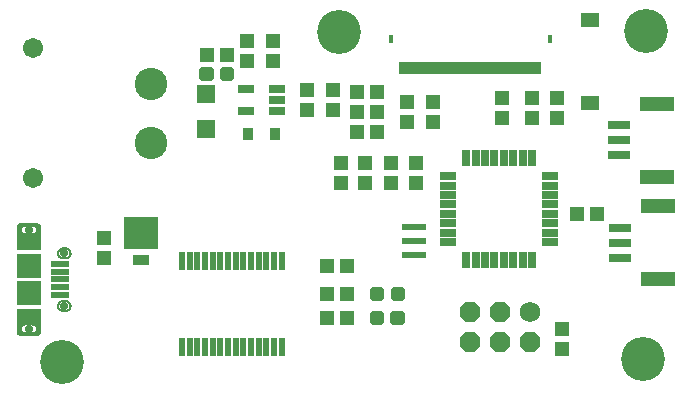
<source format=gbr>
G04 EAGLE Gerber RS-274X export*
G75*
%MOMM*%
%FSLAX34Y34*%
%LPD*%
%INSoldermask Top*%
%IPPOS*%
%AMOC8*
5,1,8,0,0,1.08239X$1,22.5*%
G01*
%ADD10R,1.203200X1.303200*%
%ADD11R,1.303200X1.203200*%
%ADD12C,0.505344*%
%ADD13R,0.833200X1.033200*%
%ADD14R,1.503200X1.503200*%
%ADD15C,3.719200*%
%ADD16R,2.903200X1.203200*%
%ADD17R,1.903200X0.803200*%
%ADD18R,1.403200X0.753200*%
%ADD19R,0.503200X1.003200*%
%ADD20R,0.400000X0.800000*%
%ADD21C,2.753200*%
%ADD22C,1.711200*%
%ADD23C,1.727200*%
%ADD24P,1.869504X8X202.500000*%
%ADD25R,1.473200X0.762000*%
%ADD26R,0.762000X1.473200*%
%ADD27R,2.103200X0.603200*%
%ADD28R,1.603200X1.203200*%
%ADD29R,0.551200X1.600200*%
%ADD30C,0.200000*%
%ADD31C,0.300000*%
%ADD32R,1.553200X0.603200*%
%ADD33R,2.103200X1.378200*%
%ADD34R,2.103200X2.003200*%
%ADD35C,0.703200*%
%ADD36R,2.870200X2.743200*%
%ADD37R,1.473200X0.965200*%


D10*
X113030Y265693D03*
X113030Y282693D03*
X90805Y265693D03*
X90805Y282693D03*
D11*
X183905Y240157D03*
X200905Y240157D03*
X183905Y223012D03*
X200905Y223012D03*
X183905Y205867D03*
X200905Y205867D03*
D10*
X226060Y231258D03*
X226060Y214258D03*
D12*
X70685Y251653D02*
X70685Y258633D01*
X77665Y258633D01*
X77665Y251653D01*
X70685Y251653D01*
X70685Y256453D02*
X77665Y256453D01*
X53145Y258633D02*
X53145Y251653D01*
X53145Y258633D02*
X60125Y258633D01*
X60125Y251653D01*
X53145Y251653D01*
X53145Y256453D02*
X60125Y256453D01*
D13*
X115005Y204343D03*
X92005Y204343D03*
D14*
X55880Y238393D03*
X55880Y208393D03*
D10*
X141605Y241418D03*
X141605Y224418D03*
D11*
X56905Y271018D03*
X73905Y271018D03*
D10*
X163830Y224418D03*
X163830Y241418D03*
X248285Y214258D03*
X248285Y231258D03*
D15*
X168910Y290830D03*
X-65740Y11450D03*
X426530Y13480D03*
X428880Y291315D03*
D16*
X438620Y81073D03*
X438620Y143073D03*
D17*
X406620Y99573D03*
X406620Y112073D03*
X406620Y124573D03*
D18*
X116506Y223418D03*
X116506Y232918D03*
X116506Y242418D03*
X90504Y242418D03*
X90504Y223418D03*
D19*
X337535Y260033D03*
X332535Y260033D03*
X327535Y260033D03*
X322535Y260033D03*
X317535Y260033D03*
X312535Y260033D03*
X307535Y260033D03*
X302535Y260033D03*
X297535Y260033D03*
X292535Y260033D03*
X287535Y260033D03*
X282535Y260033D03*
X277535Y260033D03*
X272535Y260033D03*
X267535Y260033D03*
X262535Y260033D03*
X257535Y260033D03*
X252535Y260033D03*
X247535Y260033D03*
X242535Y260033D03*
X237535Y260033D03*
X232535Y260033D03*
X227535Y260033D03*
X222535Y260033D03*
D20*
X347535Y285033D03*
X212535Y285033D03*
D21*
X9652Y196850D03*
X9652Y246850D03*
D22*
X-90348Y166850D03*
X-90348Y276850D03*
D23*
X330200Y53340D03*
D24*
X304800Y53340D03*
X279400Y53340D03*
X330200Y27940D03*
X304800Y27940D03*
X279400Y27940D03*
D16*
X438112Y167941D03*
X438112Y229941D03*
D17*
X406112Y186441D03*
X406112Y198941D03*
X406112Y211441D03*
D25*
X261493Y168589D03*
X261493Y160589D03*
X261493Y152589D03*
X261493Y144589D03*
X261493Y136589D03*
X261493Y128589D03*
X261493Y120589D03*
X261493Y112589D03*
D26*
X276419Y97663D03*
X284419Y97663D03*
X292419Y97663D03*
X300419Y97663D03*
X308419Y97663D03*
X316419Y97663D03*
X324419Y97663D03*
X332419Y97663D03*
D25*
X347345Y112589D03*
X347345Y120589D03*
X347345Y128589D03*
X347345Y136589D03*
X347345Y144589D03*
X347345Y152589D03*
X347345Y160589D03*
X347345Y168589D03*
D26*
X332419Y183515D03*
X324419Y183515D03*
X316419Y183515D03*
X308419Y183515D03*
X300419Y183515D03*
X292419Y183515D03*
X284419Y183515D03*
X276419Y183515D03*
D27*
X232189Y101568D03*
X232189Y113568D03*
X232189Y125568D03*
D11*
X370087Y136398D03*
X387087Y136398D03*
D10*
X170180Y162696D03*
X170180Y179696D03*
X191135Y162696D03*
X191135Y179696D03*
D11*
X353060Y217687D03*
X353060Y234687D03*
D28*
X381269Y300562D03*
X381269Y230562D03*
D11*
X233680Y162696D03*
X233680Y179696D03*
X212852Y162823D03*
X212852Y179823D03*
X357505Y22234D03*
X357505Y39234D03*
X332486Y234560D03*
X332486Y217560D03*
X306832Y234814D03*
X306832Y217814D03*
D29*
X120355Y23765D03*
X113855Y23765D03*
X107355Y23765D03*
X100855Y23765D03*
X94355Y23765D03*
X87855Y23765D03*
X81355Y23765D03*
X68355Y23765D03*
X74855Y23765D03*
X61855Y23765D03*
X55355Y23765D03*
X48855Y23765D03*
X42355Y23765D03*
X35855Y23765D03*
X120355Y96885D03*
X113855Y96885D03*
X107355Y96885D03*
X100855Y96885D03*
X94355Y96885D03*
X87855Y96885D03*
X81355Y96885D03*
X74855Y96885D03*
X68355Y96885D03*
X61855Y96885D03*
X55355Y96885D03*
X48855Y96885D03*
X42355Y96885D03*
X35855Y96885D03*
D11*
X159013Y92202D03*
X176013Y92202D03*
D10*
X175886Y68707D03*
X158886Y68707D03*
X175886Y48260D03*
X158886Y48260D03*
D12*
X204524Y65344D02*
X204524Y72324D01*
X204524Y65344D02*
X197544Y65344D01*
X197544Y72324D01*
X204524Y72324D01*
X204524Y70144D02*
X197544Y70144D01*
X222064Y72324D02*
X222064Y65344D01*
X215084Y65344D01*
X215084Y72324D01*
X222064Y72324D01*
X222064Y70144D02*
X215084Y70144D01*
X204397Y51750D02*
X204397Y44770D01*
X197417Y44770D01*
X197417Y51750D01*
X204397Y51750D01*
X204397Y49570D02*
X197417Y49570D01*
X221937Y51750D02*
X221937Y44770D01*
X214957Y44770D01*
X214957Y51750D01*
X221937Y51750D01*
X221937Y49570D02*
X214957Y49570D01*
D30*
X-58476Y103276D02*
X-58478Y103148D01*
X-58484Y103019D01*
X-58493Y102891D01*
X-58507Y102764D01*
X-58524Y102637D01*
X-58546Y102510D01*
X-58571Y102384D01*
X-58599Y102259D01*
X-58632Y102135D01*
X-58668Y102012D01*
X-58708Y101890D01*
X-58752Y101769D01*
X-58800Y101650D01*
X-58850Y101532D01*
X-58905Y101415D01*
X-58963Y101301D01*
X-59024Y101188D01*
X-59089Y101077D01*
X-59157Y100968D01*
X-59228Y100862D01*
X-59303Y100757D01*
X-59380Y100655D01*
X-59461Y100555D01*
X-59545Y100458D01*
X-59631Y100363D01*
X-59721Y100271D01*
X-59813Y100181D01*
X-59908Y100095D01*
X-60005Y100011D01*
X-60105Y99930D01*
X-60207Y99853D01*
X-60312Y99778D01*
X-60418Y99707D01*
X-60527Y99639D01*
X-60638Y99574D01*
X-60751Y99513D01*
X-60865Y99455D01*
X-60982Y99400D01*
X-61100Y99350D01*
X-61219Y99302D01*
X-61340Y99258D01*
X-61462Y99218D01*
X-61585Y99182D01*
X-61709Y99149D01*
X-61834Y99121D01*
X-61960Y99096D01*
X-62087Y99074D01*
X-62214Y99057D01*
X-62341Y99043D01*
X-62469Y99034D01*
X-62598Y99028D01*
X-62726Y99026D01*
X-64726Y99026D01*
X-64854Y99028D01*
X-64983Y99034D01*
X-65111Y99043D01*
X-65238Y99057D01*
X-65365Y99074D01*
X-65492Y99096D01*
X-65618Y99121D01*
X-65743Y99149D01*
X-65867Y99182D01*
X-65990Y99218D01*
X-66112Y99258D01*
X-66233Y99302D01*
X-66352Y99350D01*
X-66470Y99400D01*
X-66587Y99455D01*
X-66701Y99513D01*
X-66814Y99574D01*
X-66925Y99639D01*
X-67034Y99707D01*
X-67140Y99778D01*
X-67245Y99853D01*
X-67347Y99930D01*
X-67447Y100011D01*
X-67544Y100095D01*
X-67639Y100181D01*
X-67731Y100271D01*
X-67821Y100363D01*
X-67907Y100458D01*
X-67991Y100555D01*
X-68072Y100655D01*
X-68149Y100757D01*
X-68224Y100862D01*
X-68295Y100968D01*
X-68363Y101077D01*
X-68428Y101188D01*
X-68489Y101301D01*
X-68547Y101415D01*
X-68602Y101532D01*
X-68652Y101650D01*
X-68700Y101769D01*
X-68744Y101890D01*
X-68784Y102012D01*
X-68820Y102135D01*
X-68853Y102259D01*
X-68881Y102384D01*
X-68906Y102510D01*
X-68928Y102637D01*
X-68945Y102764D01*
X-68959Y102891D01*
X-68968Y103019D01*
X-68974Y103148D01*
X-68976Y103276D01*
X-68974Y103404D01*
X-68968Y103533D01*
X-68959Y103661D01*
X-68945Y103788D01*
X-68928Y103915D01*
X-68906Y104042D01*
X-68881Y104168D01*
X-68853Y104293D01*
X-68820Y104417D01*
X-68784Y104540D01*
X-68744Y104662D01*
X-68700Y104783D01*
X-68652Y104902D01*
X-68602Y105020D01*
X-68547Y105137D01*
X-68489Y105251D01*
X-68428Y105364D01*
X-68363Y105475D01*
X-68295Y105584D01*
X-68224Y105690D01*
X-68149Y105795D01*
X-68072Y105897D01*
X-67991Y105997D01*
X-67907Y106094D01*
X-67821Y106189D01*
X-67731Y106281D01*
X-67639Y106371D01*
X-67544Y106457D01*
X-67447Y106541D01*
X-67347Y106622D01*
X-67245Y106699D01*
X-67140Y106774D01*
X-67034Y106845D01*
X-66925Y106913D01*
X-66814Y106978D01*
X-66701Y107039D01*
X-66587Y107097D01*
X-66470Y107152D01*
X-66352Y107202D01*
X-66233Y107250D01*
X-66112Y107294D01*
X-65990Y107334D01*
X-65867Y107370D01*
X-65743Y107403D01*
X-65618Y107431D01*
X-65492Y107456D01*
X-65365Y107478D01*
X-65238Y107495D01*
X-65111Y107509D01*
X-64983Y107518D01*
X-64854Y107524D01*
X-64726Y107526D01*
X-62726Y107526D01*
X-62598Y107524D01*
X-62469Y107518D01*
X-62341Y107509D01*
X-62214Y107495D01*
X-62087Y107478D01*
X-61960Y107456D01*
X-61834Y107431D01*
X-61709Y107403D01*
X-61585Y107370D01*
X-61462Y107334D01*
X-61340Y107294D01*
X-61219Y107250D01*
X-61100Y107202D01*
X-60982Y107152D01*
X-60865Y107097D01*
X-60751Y107039D01*
X-60638Y106978D01*
X-60527Y106913D01*
X-60418Y106845D01*
X-60312Y106774D01*
X-60207Y106699D01*
X-60105Y106622D01*
X-60005Y106541D01*
X-59908Y106457D01*
X-59813Y106371D01*
X-59721Y106281D01*
X-59631Y106189D01*
X-59545Y106094D01*
X-59461Y105997D01*
X-59380Y105897D01*
X-59303Y105795D01*
X-59228Y105690D01*
X-59157Y105584D01*
X-59089Y105475D01*
X-59024Y105364D01*
X-58963Y105251D01*
X-58905Y105137D01*
X-58850Y105020D01*
X-58800Y104902D01*
X-58752Y104783D01*
X-58708Y104662D01*
X-58668Y104540D01*
X-58632Y104417D01*
X-58599Y104293D01*
X-58571Y104168D01*
X-58546Y104042D01*
X-58524Y103915D01*
X-58507Y103788D01*
X-58493Y103661D01*
X-58484Y103533D01*
X-58478Y103404D01*
X-58476Y103276D01*
X-58476Y58776D02*
X-58478Y58648D01*
X-58484Y58519D01*
X-58493Y58391D01*
X-58507Y58264D01*
X-58524Y58137D01*
X-58546Y58010D01*
X-58571Y57884D01*
X-58599Y57759D01*
X-58632Y57635D01*
X-58668Y57512D01*
X-58708Y57390D01*
X-58752Y57269D01*
X-58800Y57150D01*
X-58850Y57032D01*
X-58905Y56915D01*
X-58963Y56801D01*
X-59024Y56688D01*
X-59089Y56577D01*
X-59157Y56468D01*
X-59228Y56362D01*
X-59303Y56257D01*
X-59380Y56155D01*
X-59461Y56055D01*
X-59545Y55958D01*
X-59631Y55863D01*
X-59721Y55771D01*
X-59813Y55681D01*
X-59908Y55595D01*
X-60005Y55511D01*
X-60105Y55430D01*
X-60207Y55353D01*
X-60312Y55278D01*
X-60418Y55207D01*
X-60527Y55139D01*
X-60638Y55074D01*
X-60751Y55013D01*
X-60865Y54955D01*
X-60982Y54900D01*
X-61100Y54850D01*
X-61219Y54802D01*
X-61340Y54758D01*
X-61462Y54718D01*
X-61585Y54682D01*
X-61709Y54649D01*
X-61834Y54621D01*
X-61960Y54596D01*
X-62087Y54574D01*
X-62214Y54557D01*
X-62341Y54543D01*
X-62469Y54534D01*
X-62598Y54528D01*
X-62726Y54526D01*
X-64726Y54526D01*
X-64854Y54528D01*
X-64983Y54534D01*
X-65111Y54543D01*
X-65238Y54557D01*
X-65365Y54574D01*
X-65492Y54596D01*
X-65618Y54621D01*
X-65743Y54649D01*
X-65867Y54682D01*
X-65990Y54718D01*
X-66112Y54758D01*
X-66233Y54802D01*
X-66352Y54850D01*
X-66470Y54900D01*
X-66587Y54955D01*
X-66701Y55013D01*
X-66814Y55074D01*
X-66925Y55139D01*
X-67034Y55207D01*
X-67140Y55278D01*
X-67245Y55353D01*
X-67347Y55430D01*
X-67447Y55511D01*
X-67544Y55595D01*
X-67639Y55681D01*
X-67731Y55771D01*
X-67821Y55863D01*
X-67907Y55958D01*
X-67991Y56055D01*
X-68072Y56155D01*
X-68149Y56257D01*
X-68224Y56362D01*
X-68295Y56468D01*
X-68363Y56577D01*
X-68428Y56688D01*
X-68489Y56801D01*
X-68547Y56915D01*
X-68602Y57032D01*
X-68652Y57150D01*
X-68700Y57269D01*
X-68744Y57390D01*
X-68784Y57512D01*
X-68820Y57635D01*
X-68853Y57759D01*
X-68881Y57884D01*
X-68906Y58010D01*
X-68928Y58137D01*
X-68945Y58264D01*
X-68959Y58391D01*
X-68968Y58519D01*
X-68974Y58648D01*
X-68976Y58776D01*
X-68974Y58904D01*
X-68968Y59033D01*
X-68959Y59161D01*
X-68945Y59288D01*
X-68928Y59415D01*
X-68906Y59542D01*
X-68881Y59668D01*
X-68853Y59793D01*
X-68820Y59917D01*
X-68784Y60040D01*
X-68744Y60162D01*
X-68700Y60283D01*
X-68652Y60402D01*
X-68602Y60520D01*
X-68547Y60637D01*
X-68489Y60751D01*
X-68428Y60864D01*
X-68363Y60975D01*
X-68295Y61084D01*
X-68224Y61190D01*
X-68149Y61295D01*
X-68072Y61397D01*
X-67991Y61497D01*
X-67907Y61594D01*
X-67821Y61689D01*
X-67731Y61781D01*
X-67639Y61871D01*
X-67544Y61957D01*
X-67447Y62041D01*
X-67347Y62122D01*
X-67245Y62199D01*
X-67140Y62274D01*
X-67034Y62345D01*
X-66925Y62413D01*
X-66814Y62478D01*
X-66701Y62539D01*
X-66587Y62597D01*
X-66470Y62652D01*
X-66352Y62702D01*
X-66233Y62750D01*
X-66112Y62794D01*
X-65990Y62834D01*
X-65867Y62870D01*
X-65743Y62903D01*
X-65618Y62931D01*
X-65492Y62956D01*
X-65365Y62978D01*
X-65238Y62995D01*
X-65111Y63009D01*
X-64983Y63018D01*
X-64854Y63024D01*
X-64726Y63026D01*
X-62726Y63026D01*
X-62598Y63024D01*
X-62469Y63018D01*
X-62341Y63009D01*
X-62214Y62995D01*
X-62087Y62978D01*
X-61960Y62956D01*
X-61834Y62931D01*
X-61709Y62903D01*
X-61585Y62870D01*
X-61462Y62834D01*
X-61340Y62794D01*
X-61219Y62750D01*
X-61100Y62702D01*
X-60982Y62652D01*
X-60865Y62597D01*
X-60751Y62539D01*
X-60638Y62478D01*
X-60527Y62413D01*
X-60418Y62345D01*
X-60312Y62274D01*
X-60207Y62199D01*
X-60105Y62122D01*
X-60005Y62041D01*
X-59908Y61957D01*
X-59813Y61871D01*
X-59721Y61781D01*
X-59631Y61689D01*
X-59545Y61594D01*
X-59461Y61497D01*
X-59380Y61397D01*
X-59303Y61295D01*
X-59228Y61190D01*
X-59157Y61084D01*
X-59089Y60975D01*
X-59024Y60864D01*
X-58963Y60751D01*
X-58905Y60637D01*
X-58850Y60520D01*
X-58800Y60402D01*
X-58752Y60283D01*
X-58708Y60162D01*
X-58668Y60040D01*
X-58632Y59917D01*
X-58599Y59793D01*
X-58571Y59668D01*
X-58546Y59542D01*
X-58524Y59415D01*
X-58507Y59288D01*
X-58493Y59161D01*
X-58484Y59033D01*
X-58478Y58904D01*
X-58476Y58776D01*
D31*
X-90226Y118276D02*
X-90093Y118278D01*
X-89959Y118284D01*
X-89826Y118294D01*
X-89694Y118308D01*
X-89562Y118325D01*
X-89430Y118347D01*
X-89299Y118372D01*
X-89169Y118402D01*
X-89040Y118435D01*
X-88912Y118472D01*
X-88785Y118513D01*
X-88659Y118558D01*
X-88535Y118606D01*
X-88412Y118658D01*
X-88291Y118713D01*
X-88171Y118773D01*
X-88053Y118835D01*
X-87938Y118901D01*
X-87824Y118971D01*
X-87712Y119044D01*
X-87603Y119120D01*
X-87495Y119199D01*
X-87391Y119282D01*
X-87288Y119367D01*
X-87189Y119456D01*
X-87092Y119547D01*
X-86997Y119642D01*
X-86906Y119739D01*
X-86817Y119838D01*
X-86732Y119941D01*
X-86649Y120045D01*
X-86570Y120153D01*
X-86494Y120262D01*
X-86421Y120374D01*
X-86351Y120488D01*
X-86285Y120603D01*
X-86223Y120721D01*
X-86163Y120841D01*
X-86108Y120962D01*
X-86056Y121085D01*
X-86008Y121209D01*
X-85963Y121335D01*
X-85922Y121462D01*
X-85885Y121590D01*
X-85852Y121719D01*
X-85822Y121849D01*
X-85797Y121980D01*
X-85775Y122112D01*
X-85758Y122244D01*
X-85744Y122376D01*
X-85734Y122509D01*
X-85728Y122643D01*
X-85726Y122776D01*
X-90226Y118276D02*
X-97226Y118276D01*
X-97359Y118278D01*
X-97493Y118284D01*
X-97626Y118294D01*
X-97758Y118308D01*
X-97890Y118325D01*
X-98022Y118347D01*
X-98153Y118372D01*
X-98283Y118402D01*
X-98412Y118435D01*
X-98540Y118472D01*
X-98667Y118513D01*
X-98793Y118558D01*
X-98917Y118606D01*
X-99040Y118658D01*
X-99161Y118713D01*
X-99281Y118773D01*
X-99399Y118835D01*
X-99514Y118901D01*
X-99628Y118971D01*
X-99740Y119044D01*
X-99849Y119120D01*
X-99957Y119199D01*
X-100061Y119282D01*
X-100164Y119367D01*
X-100263Y119456D01*
X-100360Y119547D01*
X-100455Y119642D01*
X-100546Y119739D01*
X-100635Y119838D01*
X-100720Y119941D01*
X-100803Y120045D01*
X-100882Y120153D01*
X-100958Y120262D01*
X-101031Y120374D01*
X-101101Y120488D01*
X-101167Y120603D01*
X-101229Y120721D01*
X-101289Y120841D01*
X-101344Y120962D01*
X-101396Y121085D01*
X-101444Y121209D01*
X-101489Y121335D01*
X-101530Y121462D01*
X-101567Y121590D01*
X-101600Y121719D01*
X-101630Y121849D01*
X-101655Y121980D01*
X-101677Y122112D01*
X-101694Y122244D01*
X-101708Y122376D01*
X-101718Y122509D01*
X-101724Y122643D01*
X-101726Y122776D01*
X-101724Y122909D01*
X-101718Y123043D01*
X-101708Y123176D01*
X-101694Y123308D01*
X-101677Y123440D01*
X-101655Y123572D01*
X-101630Y123703D01*
X-101600Y123833D01*
X-101567Y123962D01*
X-101530Y124090D01*
X-101489Y124217D01*
X-101444Y124343D01*
X-101396Y124467D01*
X-101344Y124590D01*
X-101289Y124711D01*
X-101229Y124831D01*
X-101167Y124949D01*
X-101101Y125064D01*
X-101031Y125178D01*
X-100958Y125290D01*
X-100882Y125399D01*
X-100803Y125507D01*
X-100720Y125611D01*
X-100635Y125714D01*
X-100546Y125813D01*
X-100455Y125910D01*
X-100360Y126005D01*
X-100263Y126096D01*
X-100164Y126185D01*
X-100061Y126270D01*
X-99957Y126353D01*
X-99849Y126432D01*
X-99740Y126508D01*
X-99628Y126581D01*
X-99514Y126651D01*
X-99399Y126717D01*
X-99281Y126779D01*
X-99161Y126839D01*
X-99040Y126894D01*
X-98917Y126946D01*
X-98793Y126994D01*
X-98667Y127039D01*
X-98540Y127080D01*
X-98412Y127117D01*
X-98283Y127150D01*
X-98153Y127180D01*
X-98022Y127205D01*
X-97890Y127227D01*
X-97758Y127244D01*
X-97626Y127258D01*
X-97493Y127268D01*
X-97359Y127274D01*
X-97226Y127276D01*
X-90226Y127276D01*
X-90093Y127274D01*
X-89959Y127268D01*
X-89826Y127258D01*
X-89694Y127244D01*
X-89562Y127227D01*
X-89430Y127205D01*
X-89299Y127180D01*
X-89169Y127150D01*
X-89040Y127117D01*
X-88912Y127080D01*
X-88785Y127039D01*
X-88659Y126994D01*
X-88535Y126946D01*
X-88412Y126894D01*
X-88291Y126839D01*
X-88171Y126779D01*
X-88053Y126717D01*
X-87938Y126651D01*
X-87824Y126581D01*
X-87712Y126508D01*
X-87603Y126432D01*
X-87495Y126353D01*
X-87391Y126270D01*
X-87288Y126185D01*
X-87189Y126096D01*
X-87092Y126005D01*
X-86997Y125910D01*
X-86906Y125813D01*
X-86817Y125714D01*
X-86732Y125611D01*
X-86649Y125507D01*
X-86570Y125399D01*
X-86494Y125290D01*
X-86421Y125178D01*
X-86351Y125064D01*
X-86285Y124949D01*
X-86223Y124831D01*
X-86163Y124711D01*
X-86108Y124590D01*
X-86056Y124467D01*
X-86008Y124343D01*
X-85963Y124217D01*
X-85922Y124090D01*
X-85885Y123962D01*
X-85852Y123833D01*
X-85822Y123703D01*
X-85797Y123572D01*
X-85775Y123440D01*
X-85758Y123308D01*
X-85744Y123176D01*
X-85734Y123043D01*
X-85728Y122909D01*
X-85726Y122776D01*
D30*
X-84226Y125276D02*
X-84226Y117776D01*
X-84226Y125276D02*
X-84228Y125374D01*
X-84234Y125472D01*
X-84243Y125570D01*
X-84257Y125667D01*
X-84274Y125764D01*
X-84295Y125860D01*
X-84320Y125955D01*
X-84348Y126049D01*
X-84381Y126141D01*
X-84416Y126233D01*
X-84456Y126323D01*
X-84498Y126411D01*
X-84545Y126498D01*
X-84594Y126582D01*
X-84647Y126665D01*
X-84703Y126745D01*
X-84763Y126824D01*
X-84825Y126900D01*
X-84890Y126973D01*
X-84958Y127044D01*
X-85029Y127112D01*
X-85102Y127177D01*
X-85178Y127239D01*
X-85257Y127299D01*
X-85337Y127355D01*
X-85420Y127408D01*
X-85504Y127457D01*
X-85591Y127504D01*
X-85679Y127546D01*
X-85769Y127586D01*
X-85861Y127621D01*
X-85953Y127654D01*
X-86047Y127682D01*
X-86142Y127707D01*
X-86238Y127728D01*
X-86335Y127745D01*
X-86432Y127759D01*
X-86530Y127768D01*
X-86628Y127774D01*
X-86726Y127776D01*
X-100726Y127776D01*
X-100824Y127774D01*
X-100922Y127768D01*
X-101020Y127759D01*
X-101117Y127745D01*
X-101214Y127728D01*
X-101310Y127707D01*
X-101405Y127682D01*
X-101499Y127654D01*
X-101591Y127621D01*
X-101683Y127586D01*
X-101773Y127546D01*
X-101861Y127504D01*
X-101948Y127457D01*
X-102032Y127408D01*
X-102115Y127355D01*
X-102195Y127299D01*
X-102274Y127239D01*
X-102350Y127177D01*
X-102423Y127112D01*
X-102494Y127044D01*
X-102562Y126973D01*
X-102627Y126900D01*
X-102689Y126824D01*
X-102749Y126745D01*
X-102805Y126665D01*
X-102858Y126582D01*
X-102907Y126498D01*
X-102954Y126411D01*
X-102996Y126323D01*
X-103036Y126233D01*
X-103071Y126141D01*
X-103104Y126049D01*
X-103132Y125955D01*
X-103157Y125860D01*
X-103178Y125764D01*
X-103195Y125667D01*
X-103209Y125570D01*
X-103218Y125472D01*
X-103224Y125374D01*
X-103226Y125276D01*
X-103226Y117776D01*
X-84226Y117776D01*
D31*
X-90226Y43776D02*
X-90093Y43774D01*
X-89959Y43768D01*
X-89826Y43758D01*
X-89694Y43744D01*
X-89562Y43727D01*
X-89430Y43705D01*
X-89299Y43680D01*
X-89169Y43650D01*
X-89040Y43617D01*
X-88912Y43580D01*
X-88785Y43539D01*
X-88659Y43494D01*
X-88535Y43446D01*
X-88412Y43394D01*
X-88291Y43339D01*
X-88171Y43279D01*
X-88053Y43217D01*
X-87938Y43151D01*
X-87824Y43081D01*
X-87712Y43008D01*
X-87603Y42932D01*
X-87495Y42853D01*
X-87391Y42770D01*
X-87288Y42685D01*
X-87189Y42596D01*
X-87092Y42505D01*
X-86997Y42410D01*
X-86906Y42313D01*
X-86817Y42214D01*
X-86732Y42111D01*
X-86649Y42007D01*
X-86570Y41899D01*
X-86494Y41790D01*
X-86421Y41678D01*
X-86351Y41564D01*
X-86285Y41449D01*
X-86223Y41331D01*
X-86163Y41211D01*
X-86108Y41090D01*
X-86056Y40967D01*
X-86008Y40843D01*
X-85963Y40717D01*
X-85922Y40590D01*
X-85885Y40462D01*
X-85852Y40333D01*
X-85822Y40203D01*
X-85797Y40072D01*
X-85775Y39940D01*
X-85758Y39808D01*
X-85744Y39676D01*
X-85734Y39543D01*
X-85728Y39409D01*
X-85726Y39276D01*
X-90226Y43776D02*
X-97226Y43776D01*
X-97359Y43774D01*
X-97493Y43768D01*
X-97626Y43758D01*
X-97758Y43744D01*
X-97890Y43727D01*
X-98022Y43705D01*
X-98153Y43680D01*
X-98283Y43650D01*
X-98412Y43617D01*
X-98540Y43580D01*
X-98667Y43539D01*
X-98793Y43494D01*
X-98917Y43446D01*
X-99040Y43394D01*
X-99161Y43339D01*
X-99281Y43279D01*
X-99399Y43217D01*
X-99514Y43151D01*
X-99628Y43081D01*
X-99740Y43008D01*
X-99849Y42932D01*
X-99957Y42853D01*
X-100061Y42770D01*
X-100164Y42685D01*
X-100263Y42596D01*
X-100360Y42505D01*
X-100455Y42410D01*
X-100546Y42313D01*
X-100635Y42214D01*
X-100720Y42111D01*
X-100803Y42007D01*
X-100882Y41899D01*
X-100958Y41790D01*
X-101031Y41678D01*
X-101101Y41564D01*
X-101167Y41449D01*
X-101229Y41331D01*
X-101289Y41211D01*
X-101344Y41090D01*
X-101396Y40967D01*
X-101444Y40843D01*
X-101489Y40717D01*
X-101530Y40590D01*
X-101567Y40462D01*
X-101600Y40333D01*
X-101630Y40203D01*
X-101655Y40072D01*
X-101677Y39940D01*
X-101694Y39808D01*
X-101708Y39676D01*
X-101718Y39543D01*
X-101724Y39409D01*
X-101726Y39276D01*
X-101724Y39143D01*
X-101718Y39009D01*
X-101708Y38876D01*
X-101694Y38744D01*
X-101677Y38612D01*
X-101655Y38480D01*
X-101630Y38349D01*
X-101600Y38219D01*
X-101567Y38090D01*
X-101530Y37962D01*
X-101489Y37835D01*
X-101444Y37709D01*
X-101396Y37585D01*
X-101344Y37462D01*
X-101289Y37341D01*
X-101229Y37221D01*
X-101167Y37103D01*
X-101101Y36988D01*
X-101031Y36874D01*
X-100958Y36762D01*
X-100882Y36653D01*
X-100803Y36545D01*
X-100720Y36441D01*
X-100635Y36338D01*
X-100546Y36239D01*
X-100455Y36142D01*
X-100360Y36047D01*
X-100263Y35956D01*
X-100164Y35867D01*
X-100061Y35782D01*
X-99957Y35699D01*
X-99849Y35620D01*
X-99740Y35544D01*
X-99628Y35471D01*
X-99514Y35401D01*
X-99399Y35335D01*
X-99281Y35273D01*
X-99161Y35213D01*
X-99040Y35158D01*
X-98917Y35106D01*
X-98793Y35058D01*
X-98667Y35013D01*
X-98540Y34972D01*
X-98412Y34935D01*
X-98283Y34902D01*
X-98153Y34872D01*
X-98022Y34847D01*
X-97890Y34825D01*
X-97758Y34808D01*
X-97626Y34794D01*
X-97493Y34784D01*
X-97359Y34778D01*
X-97226Y34776D01*
X-90226Y34776D01*
X-90093Y34778D01*
X-89959Y34784D01*
X-89826Y34794D01*
X-89694Y34808D01*
X-89562Y34825D01*
X-89430Y34847D01*
X-89299Y34872D01*
X-89169Y34902D01*
X-89040Y34935D01*
X-88912Y34972D01*
X-88785Y35013D01*
X-88659Y35058D01*
X-88535Y35106D01*
X-88412Y35158D01*
X-88291Y35213D01*
X-88171Y35273D01*
X-88053Y35335D01*
X-87938Y35401D01*
X-87824Y35471D01*
X-87712Y35544D01*
X-87603Y35620D01*
X-87495Y35699D01*
X-87391Y35782D01*
X-87288Y35867D01*
X-87189Y35956D01*
X-87092Y36047D01*
X-86997Y36142D01*
X-86906Y36239D01*
X-86817Y36338D01*
X-86732Y36441D01*
X-86649Y36545D01*
X-86570Y36653D01*
X-86494Y36762D01*
X-86421Y36874D01*
X-86351Y36988D01*
X-86285Y37103D01*
X-86223Y37221D01*
X-86163Y37341D01*
X-86108Y37462D01*
X-86056Y37585D01*
X-86008Y37709D01*
X-85963Y37835D01*
X-85922Y37962D01*
X-85885Y38090D01*
X-85852Y38219D01*
X-85822Y38349D01*
X-85797Y38480D01*
X-85775Y38612D01*
X-85758Y38744D01*
X-85744Y38876D01*
X-85734Y39009D01*
X-85728Y39143D01*
X-85726Y39276D01*
D30*
X-84226Y36776D02*
X-84226Y44276D01*
X-84226Y36776D02*
X-84228Y36678D01*
X-84234Y36580D01*
X-84243Y36482D01*
X-84257Y36385D01*
X-84274Y36288D01*
X-84295Y36192D01*
X-84320Y36097D01*
X-84348Y36003D01*
X-84381Y35911D01*
X-84416Y35819D01*
X-84456Y35729D01*
X-84498Y35641D01*
X-84545Y35554D01*
X-84594Y35470D01*
X-84647Y35387D01*
X-84703Y35307D01*
X-84763Y35228D01*
X-84825Y35152D01*
X-84890Y35079D01*
X-84958Y35008D01*
X-85029Y34940D01*
X-85102Y34875D01*
X-85178Y34813D01*
X-85257Y34753D01*
X-85337Y34697D01*
X-85420Y34644D01*
X-85504Y34595D01*
X-85591Y34548D01*
X-85679Y34506D01*
X-85769Y34466D01*
X-85861Y34431D01*
X-85953Y34398D01*
X-86047Y34370D01*
X-86142Y34345D01*
X-86238Y34324D01*
X-86335Y34307D01*
X-86432Y34293D01*
X-86530Y34284D01*
X-86628Y34278D01*
X-86726Y34276D01*
X-100726Y34276D01*
X-100824Y34278D01*
X-100922Y34284D01*
X-101020Y34293D01*
X-101117Y34307D01*
X-101214Y34324D01*
X-101310Y34345D01*
X-101405Y34370D01*
X-101499Y34398D01*
X-101591Y34431D01*
X-101683Y34466D01*
X-101773Y34506D01*
X-101861Y34548D01*
X-101948Y34595D01*
X-102032Y34644D01*
X-102115Y34697D01*
X-102195Y34753D01*
X-102274Y34813D01*
X-102350Y34875D01*
X-102423Y34940D01*
X-102494Y35008D01*
X-102562Y35079D01*
X-102627Y35152D01*
X-102689Y35228D01*
X-102749Y35307D01*
X-102805Y35387D01*
X-102858Y35470D01*
X-102907Y35554D01*
X-102954Y35641D01*
X-102996Y35729D01*
X-103036Y35819D01*
X-103071Y35911D01*
X-103104Y36003D01*
X-103132Y36097D01*
X-103157Y36192D01*
X-103178Y36288D01*
X-103195Y36385D01*
X-103209Y36482D01*
X-103218Y36580D01*
X-103224Y36678D01*
X-103226Y36776D01*
X-103226Y44276D01*
X-84226Y44276D01*
D32*
X-66976Y81026D03*
X-66976Y74526D03*
X-66976Y68026D03*
X-66976Y87526D03*
X-66976Y94026D03*
D33*
X-93726Y112894D03*
D34*
X-93726Y69526D03*
X-93726Y92526D03*
D33*
X-93726Y49159D03*
D35*
X-63726Y103276D03*
X-63726Y58776D03*
X-93726Y122776D03*
X-93726Y39276D03*
D36*
X1397Y120523D03*
D37*
X1448Y97485D03*
D10*
X-30480Y99069D03*
X-30480Y116069D03*
M02*

</source>
